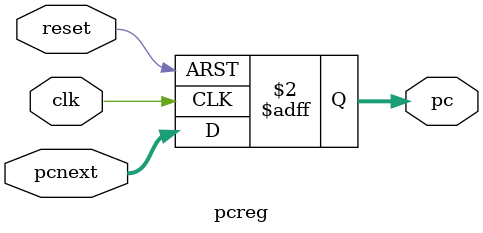
<source format=v>
module pcreg #(parameter DW = 32)
(
input clk, reset,
output reg [DW-1:0] pc,
input [DW-1:0] pcnext
);

always @(posedge clk, posedge reset)
begin 
	if (reset) pc <= 32'h0000_0000;
	else pc <= pcnext;
end
endmodule 
</source>
